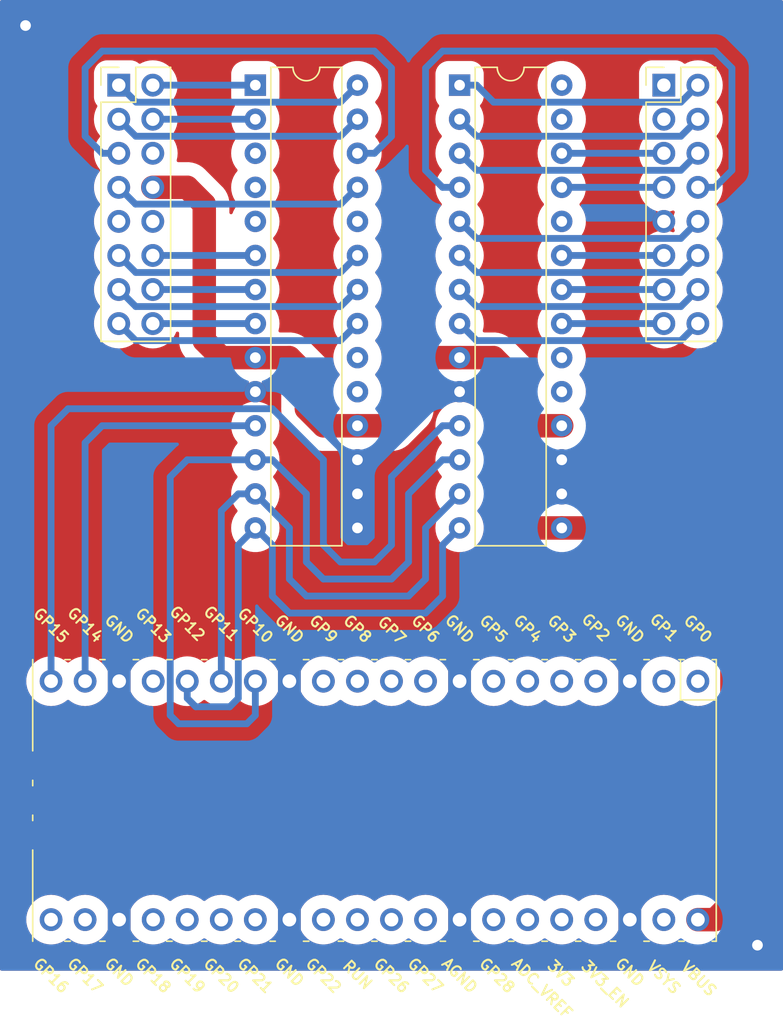
<source format=kicad_pcb>
(kicad_pcb (version 20221018) (generator pcbnew)
  (layers (0 "F.Cu" signal) (31 "B.Cu" signal) (34 "B.Paste" user) (35 "F.Paste" user) (36 "B.SilkS" user "B.Silkscreen") (37 "F.SilkS" user "F.Silkscreen") (38 "B.Mask" user) (39 "F.Mask" user) (44 "Edge.Cuts" user))
  (net 0 "")
  (net 1 "/a11")
  (net 3 "/gnd")
  (net 4 "/~cs2")
  (net 5 "/SCK")
  (net 6 "/MOSI")
  (net 7 "/MISO")
  (net 12 "/5v0")
  (net 15 "/~ce")
  (net 16 "/~oe")
  (net 17 "/a9")
  (net 20 "/a13")
  (net 21 "/a8")
  (net 22 "/a14")
  (net 23 "/~we")
  (net 24 "/a15")
  (net 25 "/a12")
  (net 26 "/a7")
  (net 27 "/a6")
  (net 28 "/a5")
  (net 29 "/a4")
  (net 30 "Net-(U1-A3)")
  (net 31 "Net-(U1-A2)")
  (net 32 "Net-(U1-A1)")
  (net 33 "Net-(U1-A0)")
  (net 34 "Net-(U1-D0)")
  (net 35 "Net-(U1-D1)")
  (net 36 "Net-(U1-D2)")
  (net 37 "Net-(U1-D3)")
  (net 38 "Net-(U1-D4)")
  (net 39 "Net-(U1-D5)")
  (net 40 "Net-(U1-D6)")
  (net 41 "Net-(U1-D7)")
  (net 42 "Net-(U1-A10)")
  (net 43 "/~cs1")
  (footprint "Package_DIP:DIP-28_W7.62mm" (layer "F.Cu") (at 99.06 62.23)
    (fp_text reference "U2" hide)
    (fp_text value "MCP23S17_SP")
    (fp_line (start 1.16 -1.33) (end 1.16 34.35) (stroke (width 0.12)) (layer "F.SilkS"))
    (fp_line (start 1.16 34.35) (end 6.46 34.35) (stroke (width 0.12)) (layer "F.SilkS"))
    (fp_line (start 2.81 -1.33) (end 1.16 -1.33) (stroke (width 0.12)) (layer "F.SilkS"))
    (fp_line (start 6.46 -1.33) (end 4.81 -1.33) (stroke (width 0.12)) (layer "F.SilkS"))
    (fp_line (start 6.46 34.35) (end 6.46 -1.33) (stroke (width 0.12)) (layer "F.SilkS"))
    (fp_arc (start 4.81 -1.33) (mid 3.81 -0.33) (end 2.81 -1.33) (stroke (width 0.12)) (layer "F.SilkS"))
    (pad "1" thru_hole rect (at 0 0) (size 1.6 1.6) (drill 0.8) (layers "*.Cu" "*.Mask") (net 42 "Net-(U1-A10)"))
    (pad "2" thru_hole oval (at 0 2.54) (size 1.6 1.6) (drill 0.8) (layers "*.Cu" "*.Mask") (net 41 "Net-(U1-D7)"))
    (pad "3" thru_hole oval (at 0 5.08) (size 1.6 1.6) (drill 0.8) (layers "*.Cu" "*.Mask") (net 39 "Net-(U1-D5)"))
    (pad "4" thru_hole oval (at 0 7.62) (size 1.6 1.6) (drill 0.8) (layers "*.Cu" "*.Mask") (net 37 "Net-(U1-D3)"))
    (pad "5" thru_hole oval (at 0 10.16) (size 1.6 1.6) (drill 0.8) (layers "*.Cu" "*.Mask") (net 36 "Net-(U1-D2)"))
    (pad "6" thru_hole oval (at 0 12.7) (size 1.6 1.6) (drill 0.8) (layers "*.Cu" "*.Mask") (net 34 "Net-(U1-D0)"))
    (pad "7" thru_hole oval (at 0 15.24) (size 1.6 1.6) (drill 0.8) (layers "*.Cu" "*.Mask") (net 32 "Net-(U1-A1)"))
    (pad "8" thru_hole oval (at 0 17.78) (size 1.6 1.6) (drill 0.8) (layers "*.Cu" "*.Mask") (net 30 "Net-(U1-A3)"))
    (pad "9" thru_hole oval (at 0 20.32) (size 1.6 1.6) (drill 0.8) (layers "*.Cu" "*.Mask") (net 12 "/5v0"))
    (pad "10" thru_hole oval (at 0 22.86) (size 1.6 1.6) (drill 0.8) (layers "*.Cu" "*.Mask") (net 3 "/gnd"))
    (pad "11" thru_hole oval (at 0 25.4) (size 1.6 1.6) (drill 0.8) (layers "*.Cu" "*.Mask") (net 4 "/~cs2"))
    (pad "12" thru_hole oval (at 0 27.94) (size 1.6 1.6) (drill 0.8) (layers "*.Cu" "*.Mask") (net 5 "/SCK"))
    (pad "13" thru_hole oval (at 0 30.48) (size 1.6 1.6) (drill 0.8) (layers "*.Cu" "*.Mask") (net 6 "/MOSI"))
    (pad "14" thru_hole oval (at 0 33.02) (size 1.6 1.6) (drill 0.8) (layers "*.Cu" "*.Mask") (net 7 "/MISO"))
    (pad "15" thru_hole oval (at 7.62 33.02) (size 1.6 1.6) (drill 0.8) (layers "*.Cu" "*.Mask") (net 12 "/5v0"))
    (pad "16" thru_hole oval (at 7.62 30.48) (size 1.6 1.6) (drill 0.8) (layers "*.Cu" "*.Mask") (net 3 "/gnd"))
    (pad "17" thru_hole oval (at 7.62 27.94) (size 1.6 1.6) (drill 0.8) (layers "*.Cu" "*.Mask") (net 3 "/gnd"))
    (pad "18" thru_hole oval (at 7.62 25.4) (size 1.6 1.6) (drill 0.8) (layers "*.Cu" "*.Mask") (net 12 "/5v0"))
    (pad "19" thru_hole oval (at 7.62 22.86) (size 1.6 1.6) (drill 0.8) (layers "*.Cu" "*.Mask"))
    (pad "20" thru_hole oval (at 7.62 20.32) (size 1.6 1.6) (drill 0.8) (layers "*.Cu" "*.Mask"))
    (pad "21" thru_hole oval (at 7.62 17.78) (size 1.6 1.6) (drill 0.8) (layers "*.Cu" "*.Mask") (net 31 "Net-(U1-A2)"))
    (pad "22" thru_hole oval (at 7.62 15.24) (size 1.6 1.6) (drill 0.8) (layers "*.Cu" "*.Mask") (net 33 "Net-(U1-A0)"))
    (pad "23" thru_hole oval (at 7.62 12.7) (size 1.6 1.6) (drill 0.8) (layers "*.Cu" "*.Mask") (net 35 "Net-(U1-D1)"))
    (pad "24" thru_hole oval (at 7.62 10.16) (size 1.6 1.6) (drill 0.8) (layers "*.Cu" "*.Mask"))
    (pad "25" thru_hole oval (at 7.62 7.62) (size 1.6 1.6) (drill 0.8) (layers "*.Cu" "*.Mask") (net 38 "Net-(U1-D4)"))
    (pad "26" thru_hole oval (at 7.62 5.08) (size 1.6 1.6) (drill 0.8) (layers "*.Cu" "*.Mask") (net 40 "Net-(U1-D6)"))
    (pad "27" thru_hole oval (at 7.62 2.54) (size 1.6 1.6) (drill 0.8) (layers "*.Cu" "*.Mask"))
    (pad "28" thru_hole oval (at 7.62 0) (size 1.6 1.6) (drill 0.8) (layers "*.Cu" "*.Mask"))
  )
  (footprint "cr-pico:pico-th" (layer "F.Cu") (at 91.45 115.37 -90)
    (fp_text reference "U4" hide)
    (fp_text value "~" hide)
    (fp_text user "GND" (at 13 -20.31 135) (layer "F.SilkS") (effects (font (size 0.8 0.8))))
    (fp_text user "GP15" (at -12.854 22.87 135) (layer "F.SilkS") (effects (font (size 0.8 0.8))))
    (fp_text user "ADC_VREF" (at 14.2 -13.76 135) (layer "F.SilkS") (effects (font (size 0.8 0.8))))
    (fp_text user "GP9" (at -12.6 2.55 135) (layer "F.SilkS") (effects (font (size 0.8 0.8))))
    (fp_text user "GP13" (at -12.854 15.25 135) (layer "F.SilkS") (effects (font (size 0.8 0.8))))
    (fp_text user "GP2" (at -12.7 -17.77 135) (layer "F.SilkS") (effects (font (size 0.8 0.8))))
    (fp_text user "GP26" (at 13.254 -2.53 135) (layer "F.SilkS") (effects (font (size 0.8 0.8))))
    (fp_text user "GP12" (at -13 12.71 135) (layer "F.SilkS") (effects (font (size 0.8 0.8))))
    (fp_text user "GP20" (at 13.254 10.17 135) (layer "F.SilkS") (effects (font (size 0.8 0.8))))
    (fp_text user "GP18" (at 13.254 15.25 135) (layer "F.SilkS") (effects (font (size 0.8 0.8))))
    (fp_text user "GP1" (at -12.7 -22.86 135) (layer "F.SilkS") (effects (font (size 0.8 0.8))))
    (fp_text user "RUN" (at 13.2 0.01 135) (layer "F.SilkS") (effects (font (size 0.8 0.8))))
    (fp_text user "GP4" (at -12.6 -12.69 135) (layer "F.SilkS") (effects (font (size 0.8 0.8))))
    (fp_text user "GP11" (at -13 10.17 135) (layer "F.SilkS") (effects (font (size 0.8 0.8))))
    (fp_text user "GP19" (at 13.254 12.71 135) (layer "F.SilkS") (effects (font (size 0.8 0.8))))
    (fp_text user "3V3_EN" (at 13.9 -18.46 135) (layer "F.SilkS") (effects (font (size 0.8 0.8))))
    (fp_text user "GP28" (at 13.254 -10.404 135) (layer "F.SilkS") (effects (font (size 0.8 0.8))))
    (fp_text user "GP5" (at -12.6 -10.15 135) (layer "F.SilkS") (effects (font (size 0.8 0.8))))
    (fp_text user "GP16" (at 13.254 22.87 135) (layer "F.SilkS") (effects (font (size 0.8 0.8))))
    (fp_text user "GND" (at 13 5.09 135) (layer "F.SilkS") (effects (font (size 0.8 0.8))))
    (fp_text user "GP8" (at -12.6 0.01 135) (layer "F.SilkS") (effects (font (size 0.8 0.8))))
    (fp_text user "AGND" (at 13.254 -7.61 135) (layer "F.SilkS") (effects (font (size 0.8 0.8))))
    (fp_text user "GP10" (at -12.854 7.63 135) (layer "F.SilkS") (effects (font (size 0.8 0.8))))
    (fp_text user "GND" (at -12.6 -20.31 135) (layer "F.SilkS") (effects (font (size 0.8 0.8))))
    (fp_text user "GP21" (at 13.254 7.64 135) (layer "F.SilkS") (effects (font (size 0.8 0.8))))
    (fp_text user "VSYS" (at 13.4 -22.85 135) (layer "F.SilkS") (effects (font (size 0.8 0.8))))
    (fp_text user "VBUS" (at 13.5 -25.46 135) (layer "F.SilkS") (effects (font (size 0.8 0.8))))
    (fp_text user "3V3" (at 13.1 -15.16 135) (layer "F.SilkS") (effects (font (size 0.8 0.8))))
    (fp_text user "GP6" (at -12.6 -5.07 135) (layer "F.SilkS") (effects (font (size 0.8 0.8))))
    (fp_text user "GP17" (at 13.254 20.33 135) (layer "F.SilkS") (effects (font (size 0.8 0.8))))
    (fp_text user "GND" (at -12.6 17.79 135) (layer "F.SilkS") (effects (font (size 0.8 0.8))))
    (fp_text user "GP14" (at -12.9 20.33 135) (layer "F.SilkS") (effects (font (size 0.8 0.8))))
    (fp_text user "GP0" (at -12.6 -25.39 135) (layer "F.SilkS") (effects (font (size 0.8 0.8))))
    (fp_text user "GP3" (at -12.6 -15.23 135) (layer "F.SilkS") (effects (font (size 0.8 0.8))))
    (fp_text user "GP7" (at -12.5 -2.56 135) (layer "F.SilkS") (effects (font (size 0.8 0.8))))
    (fp_text user "GND" (at -12.6 5.09 135) (layer "F.SilkS") (effects (font (size 0.8 0.8))))
    (fp_text user "GND" (at -12.6 -7.61 135) (layer "F.SilkS") (effects (font (size 0.8 0.8))))
    (fp_text user "GND" (at 13 17.79 135) (layer "F.SilkS") (effects (font (size 0.8 0.8))))
    (fp_text user "GP27" (at 13.254 -5.06 135) (layer "F.SilkS") (effects (font (size 0.8 0.8))))
    (fp_text user "GP22" (at 13.254 2.55 135) (layer "F.SilkS") (effects (font (size 0.8 0.8))))
    (fp_line (start -10.3 -26.76) (end -10.3 -26.46) (stroke (width 0.12)) (layer "F.SilkS"))
    (fp_line (start -10.3 -26.76) (end 10.7 -26.76) (stroke (width 0.12)) (layer "F.SilkS"))
    (fp_line (start -10.3 -24.36) (end -10.3 -23.96) (stroke (width 0.12)) (layer "F.SilkS"))
    (fp_line (start -10.3 -24.093) (end -7.293 -24.093) (stroke (width 0.12)) (layer "F.SilkS"))
    (fp_line (start -10.3 -21.76) (end -10.3 -21.36) (stroke (width 0.12)) (layer "F.SilkS"))
    (fp_line (start -10.3 -19.26) (end -10.3 -18.86) (stroke (width 0.12)) (layer "F.SilkS"))
    (fp_line (start -10.3 -16.66) (end -10.3 -16.26) (stroke (width 0.12)) (layer "F.SilkS"))
    (fp_line (start -10.3 -14.16) (end -10.3 -13.76) (stroke (width 0.12)) (layer "F.SilkS"))
    (fp_line (start -10.3 -11.66) (end -10.3 -11.26) (stroke (width 0.12)) (layer "F.SilkS"))
    (fp_line (start -10.3 -9.06) (end -10.3 -8.66) (stroke (width 0.12)) (layer "F.SilkS"))
    (fp_line (start -10.3 -6.56) (end -10.3 -6.16) (stroke (width 0.12)) (layer "F.SilkS"))
    (fp_line (start -10.3 -3.96) (end -10.3 -3.56) (stroke (width 0.12)) (layer "F.SilkS"))
    (fp_line (start -10.3 -1.46) (end -10.3 -1.06) (stroke (width 0.12)) (layer "F.SilkS"))
    (fp_line (start -10.3 1.04) (end -10.3 1.44) (stroke (width 0.12)) (layer "F.SilkS"))
    (fp_line (start -10.3 3.64) (end -10.3 4.04) (stroke (width 0.12)) (layer "F.SilkS"))
    (fp_line (start -10.3 6.14) (end -10.3 6.54) (stroke (width 0.12)) (layer "F.SilkS"))
    (fp_line (start -10.3 8.74) (end -10.3 9.14) (stroke (width 0.12)) (layer "F.SilkS"))
    (fp_line (start -10.3 11.24) (end -10.3 11.64) (stroke (width 0.12)) (layer "F.SilkS"))
    (fp_line (start -10.3 13.84) (end -10.3 14.24) (stroke (width 0.12)) (layer "F.SilkS"))
    (fp_line (start -10.3 16.34) (end -10.3 16.74) (stroke (width 0.12)) (layer "F.SilkS"))
    (fp_line (start -10.3 18.84) (end -10.3 19.24) (stroke (width 0.12)) (layer "F.SilkS"))
    (fp_line (start -10.3 21.44) (end -10.3 21.84) (stroke (width 0.12)) (layer "F.SilkS"))
    (fp_line (start -7.293 -24.093) (end -7.293 -26.76) (stroke (width 0.12)) (layer "F.SilkS"))
    (fp_line (start -3.5 24.24) (end -10.3 24.24) (stroke (width 0.12)) (layer "F.SilkS"))
    (fp_line (start -1.3 24.24) (end -0.9 24.24) (stroke (width 0.12)) (layer "F.SilkS"))
    (fp_line (start 1.3 24.24) (end 1.7 24.24) (stroke (width 0.12)) (layer "F.SilkS"))
    (fp_line (start 10.7 -26.76) (end 10.7 -26.46) (stroke (width 0.12)) (layer "F.SilkS"))
    (fp_line (start 10.7 -24.36) (end 10.7 -23.96) (stroke (width 0.12)) (layer "F.SilkS"))
    (fp_line (start 10.7 -21.76) (end 10.7 -21.36) (stroke (width 0.12)) (layer "F.SilkS"))
    (fp_line (start 10.7 -19.26) (end 10.7 -18.86) (stroke (width 0.12)) (layer "F.SilkS"))
    (fp_line (start 10.7 -16.66) (end 10.7 -16.26) (stroke (width 0.12)) (layer "F.SilkS"))
    (fp_line (start 10.7 -14.16) (end 10.7 -13.76) (stroke (width 0.12)) (layer "F.SilkS"))
    (fp_line (start 10.7 -11.66) (end 10.7 -11.26) (stroke (width 0.12)) (layer "F.SilkS"))
    (fp_line (start 10.7 -9.06) (end 10.7 -8.66) (stroke (width 0.12)) (layer "F.SilkS"))
    (fp_line (start 10.7 -6.56) (end 10.7 -6.16) (stroke (width 0.12)) (layer "F.SilkS"))
    (fp_line (start 10.7 -3.96) (end 10.7 -3.56) (stroke (width 0.12)) (layer "F.SilkS"))
    (fp_line (start 10.7 -1.46) (end 10.7 -1.06) (stroke (width 0.12)) (layer "F.SilkS"))
    (fp_line (start 10.7 1.04) (end 10.7 1.44) (stroke (width 0.12)) (layer "F.SilkS"))
    (fp_line (start 10.7 3.64) (end 10.7 4.04) (stroke (width 0.12)) (layer "F.SilkS"))
    (fp_line (start 10.7 6.14) (end 10.7 6.54) (stroke (width 0.12)) (layer "F.SilkS"))
    (fp_line (start 10.7 8.74) (end 10.7 9.14) (stroke (width 0.12)) (layer "F.SilkS"))
    (fp_line (start 10.7 11.24) (end 10.7 11.64) (stroke (width 0.12)) (layer "F.SilkS"))
    (fp_line (start 10.7 13.84) (end 10.7 14.24) (stroke (width 0.12)) (layer "F.SilkS"))
    (fp_line (start 10.7 16.34) (end 10.7 16.74) (stroke (width 0.12)) (layer "F.SilkS"))
    (fp_line (start 10.7 18.84) (end 10.7 19.24) (stroke (width 0.12)) (layer "F.SilkS"))
    (fp_line (start 10.7 21.44) (end 10.7 21.84) (stroke (width 0.12)) (layer "F.SilkS"))
    (fp_line (start 10.7 24.24) (end 3.9 24.24) (stroke (width 0.12)) (layer "F.SilkS"))
    (pad "1" thru_hole oval (at -8.69 -25.39 270) (size 1.7 1.7) (drill 1.02) (layers "*.Cu" "*.Mask"))
    (pad "2" thru_hole oval (at -8.69 -22.85 270) (size 1.7 1.7) (drill 1.02) (layers "*.Cu" "*.Mask"))
    (pad "3" thru_hole rect (at -8.69 -20.31 270) (size 1.7 1.7) (drill 1.02) (layers "*.Cu" "*.Mask") (net 3 "/gnd"))
    (pad "4" thru_hole oval (at -8.69 -17.77 270) (size 1.7 1.7) (drill 1.02) (layers "*.Cu" "*.Mask"))
    (pad "5" thru_hole oval (at -8.69 -15.23 270) (size 1.7 1.7) (drill 1.02) (layers "*.Cu" "*.Mask"))
    (pad "6" thru_hole oval (at -8.69 -12.69 270) (size 1.7 1.7) (drill 1.02) (layers "*.Cu" "*.Mask"))
    (pad "7" thru_hole oval (at -8.69 -10.15 270) (size 1.7 1.7) (drill 1.02) (layers "*.Cu" "*.Mask"))
    (pad "8" thru_hole rect (at -8.69 -7.61 270) (size 1.7 1.7) (drill 1.02) (layers "*.Cu" "*.Mask") (net 3 "/gnd"))
    (pad "9" thru_hole oval (at -8.69 -5.07 270) (size 1.7 1.7) (drill 1.02) (layers "*.Cu" "*.Mask"))
    (pad "10" thru_hole oval (at -8.69 -2.53 270) (size 1.7 1.7) (drill 1.02) (layers "*.Cu" "*.Mask"))
    (pad "11" thru_hole oval (at -8.69 0.01 270) (size 1.7 1.7) (drill 1.02) (layers "*.Cu" "*.Mask"))
    (pad "12" thru_hole oval (at -8.69 2.55 270) (size 1.7 1.7) (drill 1.02) (layers "*.Cu" "*.Mask"))
    (pad "13" thru_hole rect (at -8.69 5.09 270) (size 1.7 1.7) (drill 1.02) (layers "*.Cu" "*.Mask") (net 3 "/gnd"))
    (pad "14" thru_hole oval (at -8.69 7.63 270) (size 1.7 1.7) (drill 1.02) (layers "*.Cu" "*.Mask") (net 5 "/SCK"))
    (pad "15" thru_hole oval (at -8.69 10.17 270) (size 1.7 1.7) (drill 1.02) (layers "*.Cu" "*.Mask") (net 6 "/MOSI"))
    (pad "16" thru_hole oval (at -8.69 12.71 270) (size 1.7 1.7) (drill 1.02) (layers "*.Cu" "*.Mask") (net 7 "/MISO"))
    (pad "17" thru_hole oval (at -8.69 15.25 270) (size 1.7 1.7) (drill 1.02) (layers "*.Cu" "*.Mask"))
    (pad "18" thru_hole rect (at -8.69 17.79 270) (size 1.7 1.7) (drill 1.02) (layers "*.Cu" "*.Mask") (net 3 "/gnd"))
    (pad "19" thru_hole oval (at -8.69 20.33 270) (size 1.7 1.7) (drill 1.02) (layers "*.Cu" "*.Mask") (net 43 "/~cs1"))
    (pad "20" thru_hole oval (at -8.69 22.87 270) (size 1.7 1.7) (drill 1.02) (layers "*.Cu" "*.Mask") (net 4 "/~cs2"))
    (pad "21" thru_hole oval (at 9.09 22.87 270) (size 1.7 1.7) (drill 1.02) (layers "*.Cu" "*.Mask"))
    (pad "22" thru_hole oval (at 9.09 20.33 270) (size 1.7 1.7) (drill 1.02) (layers "*.Cu" "*.Mask"))
    (pad "23" thru_hole rect (at 9.09 17.79 270) (size 1.7 1.7) (drill 1.02) (layers "*.Cu" "*.Mask") (net 3 "/gnd"))
    (pad "24" thru_hole oval (at 9.09 15.25 270) (size 1.7 1.7) (drill 1.02) (layers "*.Cu" "*.Mask"))
    (pad "25" thru_hole oval (at 9.09 12.71 270) (size 1.7 1.7) (drill 1.02) (layers "*.Cu" "*.Mask"))
    (pad "26" thru_hole oval (at 9.09 10.17 270) (size 1.7 1.7) (drill 1.02) (layers "*.Cu" "*.Mask"))
    (pad "27" thru_hole oval (at 9.09 7.63 270) (size 1.7 1.7) (drill 1.02) (layers "*.Cu" "*.Mask"))
    (pad "28" thru_hole rect (at 9.09 5.09 270) (size 1.7 1.7) (drill 1.02) (layers "*.Cu" "*.Mask") (net 3 "/gnd"))
    (pad "29" thru_hole oval (at 9.09 2.55 270) (size 1.7 1.7) (drill 1.02) (layers "*.Cu" "*.Mask"))
    (pad "30" thru_hole oval (at 9.09 0.01 270) (size 1.7 1.7) (drill 1.02) (layers "*.Cu" "*.Mask"))
    (pad "31" thru_hole oval (at 9.09 -2.53 270) (size 1.7 1.7) (drill 1.02) (layers "*.Cu" "*.Mask"))
    (pad "32" thru_hole oval (at 9.09 -5.07 270) (size 1.7 1.7) (drill 1.02) (layers "*.Cu" "*.Mask"))
    (pad "33" thru_hole rect (at 9.09 -7.61 270) (size 1.7 1.7) (drill 1.02) (layers "*.Cu" "*.Mask") (net 3 "/gnd"))
    (pad "34" thru_hole oval (at 9.09 -10.15 270) (size 1.7 1.7) (drill 1.02) (layers "*.Cu" "*.Mask"))
    (pad "35" thru_hole oval (at 9.09 -12.69 270) (size 1.7 1.7) (drill 1.02) (layers "*.Cu" "*.Mask"))
    (pad "36" thru_hole oval (at 9.09 -15.23 270) (size 1.7 1.7) (drill 1.02) (layers "*.Cu" "*.Mask"))
    (pad "37" thru_hole oval (at 9.09 -17.77 270) (size 1.7 1.7) (drill 1.02) (layers "*.Cu" "*.Mask"))
    (pad "38" thru_hole rect (at 9.09 -20.31 270) (size 1.7 1.7) (drill 1.02) (layers "*.Cu" "*.Mask") (net 3 "/gnd"))
    (pad "39" thru_hole oval (at 9.09 -22.85 270) (size 1.7 1.7) (drill 1.02) (layers "*.Cu" "*.Mask"))
    (pad "40" thru_hole oval (at 9.09 -25.39 270) (size 1.7 1.7) (drill 1.02) (layers "*.Cu" "*.Mask") (net 12 "/5v0"))
  )
  (footprint "cr-tsop-adapter:adapter-32-pin" (layer "F.Cu") (at 73.63 62.23)
    (fp_text reference "U1" hide)
    (fp_text value "AT49f512 PINOUT" hide)
    (fp_line (start -1.33 -1.33) (end 0 -1.33) (stroke (width 0.12)) (layer "F.SilkS"))
    (fp_line (start -1.33 0) (end -1.33 -1.33) (stroke (width 0.12)) (layer "F.SilkS"))
    (fp_line (start -1.33 1.27) (end -1.33 19.11) (stroke (width 0.12)) (layer "F.SilkS"))
    (fp_line (start -1.33 1.27) (end 1.27 1.27) (stroke (width 0.12)) (layer "F.SilkS"))
    (fp_line (start -1.33 19.11) (end 3.87 19.11) (stroke (width 0.12)) (layer "F.SilkS"))
    (fp_line (start 1.27 -1.33) (end 3.87 -1.33) (stroke (width 0.12)) (layer "F.SilkS"))
    (fp_line (start 1.27 1.27) (end 1.27 -1.33) (stroke (width 0.12)) (layer "F.SilkS"))
    (fp_line (start 3.87 -1.33) (end 3.87 19.11) (stroke (width 0.12)) (layer "F.SilkS"))
    (fp_line (start 39.34 -1.33) (end 40.67 -1.33) (stroke (width 0.12)) (layer "F.SilkS"))
    (fp_line (start 39.34 0) (end 39.34 -1.33) (stroke (width 0.12)) (layer "F.SilkS"))
    (fp_line (start 39.34 1.27) (end 39.34 19.11) (stroke (width 0.12)) (layer "F.SilkS"))
    (fp_line (start 39.34 1.27) (end 41.94 1.27) (stroke (width 0.12)) (layer "F.SilkS"))
    (fp_line (start 39.34 19.11) (end 44.54 19.11) (stroke (width 0.12)) (layer "F.SilkS"))
    (fp_line (start 41.94 -1.33) (end 44.54 -1.33) (stroke (width 0.12)) (layer "F.SilkS"))
    (fp_line (start 41.94 1.27) (end 41.94 -1.33) (stroke (width 0.12)) (layer "F.SilkS"))
    (fp_line (start 44.54 -1.33) (end 44.54 19.11) (stroke (width 0.12)) (layer "F.SilkS"))
    (pad "1" thru_hole rect (at 0 0) (size 1.7 1.7) (drill 1) (layers "*.Cu" "*.Mask") (net 1 "/a11"))
    (pad "2" thru_hole oval (at 2.54 0) (size 1.7 1.7) (drill 1) (layers "*.Cu" "*.Mask") (net 17 "/a9"))
    (pad "3" thru_hole oval (at 0 2.54) (size 1.7 1.7) (drill 1) (layers "*.Cu" "*.Mask") (net 21 "/a8"))
    (pad "4" thru_hole oval (at 2.54 2.54) (size 1.7 1.7) (drill 1) (layers "*.Cu" "*.Mask") (net 20 "/a13"))
    (pad "5" thru_hole oval (at 0 5.08) (size 1.7 1.7) (drill 1) (layers "*.Cu" "*.Mask") (net 22 "/a14"))
    (pad "6" thru_hole oval (at 2.54 5.08) (size 1.7 1.7) (drill 1) (layers "*.Cu" "*.Mask"))
    (pad "7" thru_hole oval (at 0 7.62) (size 1.7 1.7) (drill 1) (layers "*.Cu" "*.Mask") (net 23 "/~we"))
    (pad "8" thru_hole oval (at 2.54 7.62) (size 1.7 1.7) (drill 1) (layers "*.Cu" "*.Mask") (net 12 "/5v0"))
    (pad "9" thru_hole oval (at 0 10.16) (size 1.7 1.7) (drill 1) (layers "*.Cu" "*.Mask"))
    (pad "10" thru_hole oval (at 2.54 10.16) (size 1.7 1.7) (drill 1) (layers "*.Cu" "*.Mask"))
    (pad "11" thru_hole oval (at 0 12.7) (size 1.7 1.7) (drill 1) (layers "*.Cu" "*.Mask") (net 24 "/a15"))
    (pad "12" thru_hole oval (at 2.54 12.7) (size 1.7 1.7) (drill 1) (layers "*.Cu" "*.Mask") (net 25 "/a12"))
    (pad "13" thru_hole oval (at 0 15.24) (size 1.7 1.7) (drill 1) (layers "*.Cu" "*.Mask") (net 26 "/a7"))
    (pad "14" thru_hole oval (at 2.54 15.24) (size 1.7 1.7) (drill 1) (layers "*.Cu" "*.Mask") (net 27 "/a6"))
    (pad "15" thru_hole oval (at 0 17.78) (size 1.7 1.7) (drill 1) (layers "*.Cu" "*.Mask") (net 28 "/a5"))
    (pad "16" thru_hole oval (at 2.54 17.78) (size 1.7 1.7) (drill 1) (layers "*.Cu" "*.Mask") (net 29 "/a4"))
    (pad "17" thru_hole oval (at 43.21 17.78) (size 1.7 1.7) (drill 1) (layers "*.Cu" "*.Mask") (net 30 "Net-(U1-A3)"))
    (pad "18" thru_hole oval (at 40.67 17.78) (size 1.7 1.7) (drill 1) (layers "*.Cu" "*.Mask") (net 31 "Net-(U1-A2)"))
    (pad "19" thru_hole oval (at 43.21 15.24) (size 1.7 1.7) (drill 1) (layers "*.Cu" "*.Mask") (net 32 "Net-(U1-A1)"))
    (pad "20" thru_hole oval (at 40.67 15.24) (size 1.7 1.7) (drill 1) (layers "*.Cu" "*.Mask") (net 33 "Net-(U1-A0)"))
    (pad "21" thru_hole oval (at 43.21 12.7) (size 1.7 1.7) (drill 1) (layers "*.Cu" "*.Mask") (net 34 "Net-(U1-D0)"))
    (pad "22" thru_hole oval (at 40.67 12.7) (size 1.7 1.7) (drill 1) (layers "*.Cu" "*.Mask") (net 35 "Net-(U1-D1)"))
    (pad "23" thru_hole oval (at 43.21 10.16) (size 1.7 1.7) (drill 1) (layers "*.Cu" "*.Mask") (net 36 "Net-(U1-D2)"))
    (pad "24" thru_hole oval (at 40.67 10.16) (size 1.7 1.7) (drill 1) (layers "*.Cu" "*.Mask") (net 3 "/gnd"))
    (pad "25" thru_hole oval (at 43.21 7.62) (size 1.7 1.7) (drill 1) (layers "*.Cu" "*.Mask") (net 37 "Net-(U1-D3)"))
    (pad "26" thru_hole oval (at 40.67 7.62) (size 1.7 1.7) (drill 1) (layers "*.Cu" "*.Mask") (net 38 "Net-(U1-D4)"))
    (pad "27" thru_hole oval (at 43.21 5.08) (size 1.7 1.7) (drill 1) (layers "*.Cu" "*.Mask") (net 39 "Net-(U1-D5)"))
    (pad "28" thru_hole oval (at 40.67 5.08) (size 1.7 1.7) (drill 1) (layers "*.Cu" "*.Mask") (net 40 "Net-(U1-D6)"))
    (pad "29" thru_hole oval (at 43.21 2.54) (size 1.7 1.7) (drill 1) (layers "*.Cu" "*.Mask") (net 41 "Net-(U1-D7)"))
    (pad "30" thru_hole oval (at 40.67 2.54) (size 1.7 1.7) (drill 1) (layers "*.Cu" "*.Mask") (net 15 "/~ce"))
    (pad "31" thru_hole oval (at 43.21 0) (size 1.7 1.7) (drill 1) (layers "*.Cu" "*.Mask") (net 42 "Net-(U1-A10)"))
    (pad "32" thru_hole rect (at 40.67 0) (size 1.7 1.7) (drill 1) (layers "*.Cu" "*.Mask") (net 16 "/~oe"))
  )
  (footprint "Package_DIP:DIP-28_W7.62mm" (layer "F.Cu") (at 83.82 62.23)
    (fp_text reference "U3" hide)
    (fp_text value "MCP23S17_SP")
    (fp_line (start 1.16 -1.33) (end 1.16 34.35) (stroke (width 0.12)) (layer "F.SilkS"))
    (fp_line (start 1.16 34.35) (end 6.46 34.35) (stroke (width 0.12)) (layer "F.SilkS"))
    (fp_line (start 2.81 -1.33) (end 1.16 -1.33) (stroke (width 0.12)) (layer "F.SilkS"))
    (fp_line (start 6.46 -1.33) (end 4.81 -1.33) (stroke (width 0.12)) (layer "F.SilkS"))
    (fp_line (start 6.46 34.35) (end 6.46 -1.33) (stroke (width 0.12)) (layer "F.SilkS"))
    (fp_arc (start 4.81 -1.33) (mid 3.81 -0.33) (end 2.81 -1.33) (stroke (width 0.12)) (layer "F.SilkS"))
    (pad "1" thru_hole rect (at 0 0) (size 1.6 1.6) (drill 0.8) (layers "*.Cu" "*.Mask") (net 17 "/a9"))
    (pad "2" thru_hole oval (at 0 2.54) (size 1.6 1.6) (drill 0.8) (layers "*.Cu" "*.Mask") (net 20 "/a13"))
    (pad "3" thru_hole oval (at 0 5.08) (size 1.6 1.6) (drill 0.8) (layers "*.Cu" "*.Mask"))
    (pad "4" thru_hole oval (at 0 7.62) (size 1.6 1.6) (drill 0.8) (layers "*.Cu" "*.Mask"))
    (pad "5" thru_hole oval (at 0 10.16) (size 1.6 1.6) (drill 0.8) (layers "*.Cu" "*.Mask"))
    (pad "6" thru_hole oval (at 0 12.7) (size 1.6 1.6) (drill 0.8) (layers "*.Cu" "*.Mask") (net 25 "/a12"))
    (pad "7" thru_hole oval (at 0 15.24) (size 1.6 1.6) (drill 0.8) (layers "*.Cu" "*.Mask") (net 27 "/a6"))
    (pad "8" thru_hole oval (at 0 17.78) (size 1.6 1.6) (drill 0.8) (layers "*.Cu" "*.Mask") (net 29 "/a4"))
    (pad "9" thru_hole oval (at 0 20.32) (size 1.6 1.6) (drill 0.8) (layers "*.Cu" "*.Mask") (net 12 "/5v0"))
    (pad "10" thru_hole oval (at 0 22.86) (size 1.6 1.6) (drill 0.8) (layers "*.Cu" "*.Mask") (net 3 "/gnd"))
    (pad "11" thru_hole oval (at 0 25.4) (size 1.6 1.6) (drill 0.8) (layers "*.Cu" "*.Mask") (net 43 "/~cs1"))
    (pad "12" thru_hole oval (at 0 27.94) (size 1.6 1.6) (drill 0.8) (layers "*.Cu" "*.Mask") (net 5 "/SCK"))
    (pad "13" thru_hole oval (at 0 30.48) (size 1.6 1.6) (drill 0.8) (layers "*.Cu" "*.Mask") (net 6 "/MOSI"))
    (pad "14" thru_hole oval (at 0 33.02) (size 1.6 1.6) (drill 0.8) (layers "*.Cu" "*.Mask") (net 7 "/MISO"))
    (pad "15" thru_hole oval (at 7.62 33.02) (size 1.6 1.6) (drill 0.8) (layers "*.Cu" "*.Mask") (net 3 "/gnd"))
    (pad "16" thru_hole oval (at 7.62 30.48) (size 1.6 1.6) (drill 0.8) (layers "*.Cu" "*.Mask") (net 3 "/gnd"))
    (pad "17" thru_hole oval (at 7.62 27.94) (size 1.6 1.6) (drill 0.8) (layers "*.Cu" "*.Mask") (net 3 "/gnd"))
    (pad "18" thru_hole oval (at 7.62 25.4) (size 1.6 1.6) (drill 0.8) (layers "*.Cu" "*.Mask") (net 12 "/5v0"))
    (pad "19" thru_hole oval (at 7.62 22.86) (size 1.6 1.6) (drill 0.8) (layers "*.Cu" "*.Mask"))
    (pad "20" thru_hole oval (at 7.62 20.32) (size 1.6 1.6) (drill 0.8) (layers "*.Cu" "*.Mask"))
    (pad "21" thru_hole oval (at 7.62 17.78) (size 1.6 1.6) (drill 0.8) (layers "*.Cu" "*.Mask") (net 28 "/a5"))
    (pad "22" thru_hole oval (at 7.62 15.24) (size 1.6 1.6) (drill 0.8) (layers "*.Cu" "*.Mask") (net 26 "/a7"))
    (pad "23" thru_hole oval (at 7.62 12.7) (size 1.6 1.6) (drill 0.8) (layers "*.Cu" "*.Mask") (net 24 "/a15"))
    (pad "24" thru_hole oval (at 7.62 10.16) (size 1.6 1.6) (drill 0.8) (layers "*.Cu" "*.Mask"))
    (pad "25" thru_hole oval (at 7.62 7.62) (size 1.6 1.6) (drill 0.8) (layers "*.Cu" "*.Mask"))
    (pad "26" thru_hole oval (at 7.62 5.08) (size 1.6 1.6) (drill 0.8) (layers "*.Cu" "*.Mask") (net 22 "/a14"))
    (pad "27" thru_hole oval (at 7.62 2.54) (size 1.6 1.6) (drill 0.8) (layers "*.Cu" "*.Mask") (net 21 "/a8"))
    (pad "28" thru_hole oval (at 7.62 0) (size 1.6 1.6) (drill 0.8) (layers "*.Cu" "*.Mask") (net 1 "/a11"))
  )
  (segment (start 73.63 62.23) (end 73.66 62.23) (width 0.508) (layer "B.Cu") (net 1))
  (segment (start 74.93 63.5) (end 90.17 63.5) (width 0.508) (layer "B.Cu") (net 1))
  (segment (start 90.17 63.5) (end 91.44 62.23) (width 0.508) (layer "B.Cu") (net 1))
  (segment (start 73.66 62.23) (end 74.93 63.5) (width 0.508) (layer "B.Cu") (net 1))
  (via (at 66.675 57.785) (size 2) (drill 0.8) (layers "F.Cu" "B.Cu") (net 3))
  (via (at 121.285 126.365) (size 2) (drill 0.8) (layers "F.Cu" "B.Cu") (net 3))
  (segment (start 97.79 87.63) (end 93.98 91.44) (width 0.508) (layer "B.Cu") (net 4))
  (segment (start 90.17 97.79) (end 88.9 96.52) (width 0.508) (layer "B.Cu") (net 4))
  (segment (start 88.9 90.17) (end 85.09 86.36) (width 0.508) (layer "B.Cu") (net 4))
  (segment (start 88.9 96.52) (end 88.9 90.17) (width 0.508) (layer "B.Cu") (net 4))
  (segment (start 68.58 87.63) (end 69.85 86.36) (width 0.508) (layer "B.Cu") (net 4))
  (segment (start 99.06 87.63) (end 97.79 87.63) (width 0.508) (layer "B.Cu") (net 4))
  (segment (start 69.85 86.36) (end 81.28 86.36) (width 0.508) (layer "B.Cu") (net 4))
  (segment (start 93.98 96.52) (end 92.71 97.79) (width 0.508) (layer "B.Cu") (net 4))
  (segment (start 85.09 86.36) (end 81.28 86.36) (width 0.508) (layer "B.Cu") (net 4))
  (segment (start 92.71 97.79) (end 90.17 97.79) (width 0.508) (layer "B.Cu") (net 4))
  (segment (start 68.58 106.68) (end 68.58 87.63) (width 0.508) (layer "B.Cu") (net 4))
  (segment (start 93.98 91.44) (end 93.98 96.52) (width 0.508) (layer "B.Cu") (net 4))
  (segment (start 87.63 97.79) (end 88.9 99.06) (width 0.508) (layer "B.Cu") (net 5))
  (segment (start 77.47 109.22) (end 77.47 104.14) (width 0.508) (layer "B.Cu") (net 5))
  (segment (start 78.105 109.855) (end 77.47 109.22) (width 0.508) (layer "B.Cu") (net 5))
  (segment (start 85.09 90.17) (end 87.63 92.71) (width 0.508) (layer "B.Cu") (net 5))
  (segment (start 95.25 92.71) (end 97.79 90.17) (width 0.508) (layer "B.Cu") (net 5))
  (segment (start 97.79 90.17) (end 99.06 90.17) (width 0.508) (layer "B.Cu") (net 5))
  (segment (start 83.82 106.68) (end 83.82 109.22) (width 0.508) (layer "B.Cu") (net 5))
  (segment (start 77.47 91.44) (end 78.74 90.17) (width 0.508) (layer "B.Cu") (net 5))
  (segment (start 83.82 109.22) (end 83.185 109.855) (width 0.508) (layer "B.Cu") (net 5))
  (segment (start 77.47 104.14) (end 77.47 91.44) (width 0.508) (layer "B.Cu") (net 5))
  (segment (start 83.82 90.17) (end 85.09 90.17) (width 0.508) (layer "B.Cu") (net 5))
  (segment (start 83.185 109.855) (end 78.105 109.855) (width 0.508) (layer "B.Cu") (net 5))
  (segment (start 88.9 99.06) (end 93.98 99.06) (width 0.508) (layer "B.Cu") (net 5))
  (segment (start 95.25 97.79) (end 95.25 92.71) (width 0.508) (layer "B.Cu") (net 5))
  (segment (start 87.63 92.71) (end 87.63 97.79) (width 0.508) (layer "B.Cu") (net 5))
  (segment (start 93.98 99.06) (end 95.25 97.79) (width 0.508) (layer "B.Cu") (net 5))
  (segment (start 78.74 90.17) (end 83.82 90.17) (width 0.508) (layer "B.Cu") (net 5))
  (segment (start 95.25 100.33) (end 96.52 99.06) (width 0.508) (layer "B.Cu") (net 6))
  (segment (start 83.82 92.71) (end 86.36 95.25) (width 0.508) (layer "B.Cu") (net 6))
  (segment (start 86.36 99.06) (end 87.63 100.33) (width 0.508) (layer "B.Cu") (net 6))
  (segment (start 96.52 95.25) (end 99.06 92.71) (width 0.508) (layer "B.Cu") (net 6))
  (segment (start 81.28 106.68) (end 81.28 93.98) (width 0.508) (layer "B.Cu") (net 6))
  (segment (start 96.52 99.06) (end 96.52 95.25) (width 0.508) (layer "B.Cu") (net 6))
  (segment (start 87.63 100.33) (end 95.25 100.33) (width 0.508) (layer "B.Cu") (net 6))
  (segment (start 82.55 92.71) (end 83.82 92.71) (width 0.508) (layer "B.Cu") (net 6))
  (segment (start 81.28 93.98) (end 82.55 92.71) (width 0.508) (layer "B.Cu") (net 6))
  (segment (start 86.36 95.25) (end 86.36 99.06) (width 0.508) (layer "B.Cu") (net 6))
  (segment (start 78.74 106.68) (end 78.74 107.95) (width 0.508) (layer "B.Cu") (net 7))
  (segment (start 79.375 108.585) (end 81.915 108.585) (width 0.508) (layer "B.Cu") (net 7))
  (segment (start 99.06 95.25) (end 97.79 96.52) (width 0.508) (layer "B.Cu") (net 7))
  (segment (start 82.55 107.95) (end 82.55 101.6) (width 0.508) (layer "B.Cu") (net 7))
  (segment (start 81.915 108.585) (end 82.55 107.95) (width 0.508) (layer "B.Cu") (net 7))
  (segment (start 78.74 107.95) (end 79.375 108.585) (width 0.508) (layer "B.Cu") (net 7))
  (segment (start 97.79 96.52) (end 97.79 100.33) (width 0.508) (layer "B.Cu") (net 7))
  (segment (start 82.55 96.52) (end 82.55 101.6) (width 0.508) (layer "B.Cu") (net 7))
  (segment (start 96.52 101.6) (end 86.36 101.6) (width 0.508) (layer "B.Cu") (net 7))
  (segment (start 85.09 96.52) (end 83.82 95.25) (width 0.508) (layer "B.Cu") (net 7))
  (segment (start 97.79 100.33) (end 96.52 101.6) (width 0.508) (layer "B.Cu") (net 7))
  (segment (start 86.36 101.6) (end 85.09 100.33) (width 0.508) (layer "B.Cu") (net 7))
  (segment (start 83.82 95.25) (end 82.55 96.52) (width 0.508) (layer "B.Cu") (net 7))
  (segment (start 85.09 100.33) (end 85.09 96.52) (width 0.508) (layer "B.Cu") (net 7))
  (segment (start 95.25 86.36) (end 93.98 87.63) (width 1.75) (layer "F.Cu") (net 12))
  (segment (start 106.68 95.25) (end 104.14 95.25) (width 1.75) (layer "F.Cu") (net 12))
  (segment (start 78.74 69.85) (end 80.01 71.12) (width 1.75) (layer "F.Cu") (net 12))
  (segment (start 119.38 96.52) (end 118.11 95.25) (width 1.75) (layer "F.Cu") (net 12))
  (segment (start 116.84 124.46) (end 118.11 124.46) (width 1.75) (layer "F.Cu") (net 12))
  (segment (start 95.25 83.82) (end 96.52 82.55) (width 1.75) (layer "F.Cu") (net 12))
  (segment (start 119.38 123.19) (end 119.38 96.52) (width 1.75) (layer "F.Cu") (net 12))
  (segment (start 95.25 83.82) (end 95.25 86.36) (width 1.75) (layer "F.Cu") (net 12))
  (segment (start 87.63 86.36) (end 87.63 83.82) (width 1.75) (layer "F.Cu") (net 12))
  (segment (start 93.98 87.63) (end 91.44 87.63) (width 1.75) (layer "F.Cu") (net 12))
  (segment (start 118.11 124.46) (end 119.38 123.19) (width 1.75) (layer "F.Cu") (net 12))
  (segment (start 87.63 83.82) (end 86.36 82.55) (width 1.75) (layer "F.Cu") (net 12))
  (segment (start 118.11 95.25) (end 106.68 95.25) (width 1.75) (layer "F.Cu") (net 12))
  (segment (start 88.9 87.63) (end 87.63 86.36) (width 1.75) (layer "F.Cu") (net 12))
  (segment (start 80.01 81.28) (end 81.28 82.55) (width 1.75) (layer "F.Cu") (net 12))
  (segment (start 99.06 82.55) (end 101.6 82.55) (width 1.75) (layer "F.Cu") (net 12))
  (segment (start 80.01 71.12) (end 80.01 81.28) (width 1.75) (layer "F.Cu") (net 12))
  (segment (start 76.17 69.85) (end 78.74 69.85) (width 1.75) (layer "F.Cu") (net 12))
  (segment (start 99.06 82.55) (end 96.52 82.55) (width 1.75) (layer "F.Cu") (net 12))
  (segment (start 106.68 87.63) (end 102.87 87.63) (width 1.75) (layer "F.Cu") (net 12))
  (segment (start 102.87 93.98) (end 104.14 95.25) (width 1.75) (layer "F.Cu") (net 12))
  (segment (start 91.44 87.63) (end 88.9 87.63) (width 1.75) (layer "F.Cu") (net 12))
  (segment (start 86.36 82.55) (end 83.82 82.55) (width 1.75) (layer "F.Cu") (net 12))
  (segment (start 102.87 83.82) (end 102.87 87.63) (width 1.75) (layer "F.Cu") (net 12))
  (segment (start 81.28 82.55) (end 83.82 82.55) (width 1.75) (layer "F.Cu") (net 12))
  (segment (start 101.6 82.55) (end 102.87 83.82) (width 1.75) (layer "F.Cu") (net 12))
  (segment (start 102.87 93.98) (end 102.87 87.63) (width 1.75) (layer "F.Cu") (net 12))
  (segment (start 76.17 62.23) (end 83.82 62.23) (width 0.508) (layer "B.Cu") (net 17))
  (segment (start 76.17 64.77) (end 83.82 64.77) (width 0.508) (layer "B.Cu") (net 20))
  (segment (start 90.17 66.04) (end 91.44 64.77) (width 0.508) (layer "B.Cu") (net 21))
  (segment (start 73.63 64.77) (end 74.9 66.04) (width 0.508) (layer "B.Cu") (net 21))
  (segment (start 74.9 66.04) (end 90.17 66.04) (width 0.508) (layer "B.Cu") (net 21))
  (segment (start 72.39 67.31) (end 71.12 66.04) (width 0.508) (layer "B.Cu") (net 22))
  (segment (start 71.12 66.04) (end 71.12 60.96) (width 0.508) (layer "B.Cu") (net 22))
  (segment (start 93.98 66.04) (end 92.71 67.31) (width 0.508) (layer "B.Cu") (net 22))
  (segment (start 72.39 59.69) (end 92.71 59.69) (width 0.508) (layer "B.Cu") (net 22))
  (segment (start 71.12 60.96) (end 72.39 59.69) (width 0.508) (layer "B.Cu") (net 22))
  (segment (start 93.98 60.96) (end 93.98 66.04) (width 0.508) (layer "B.Cu") (net 22))
  (segment (start 92.71 67.31) (end 91.44 67.31) (width 0.508) (layer "B.Cu") (net 22))
  (segment (start 73.63 67.31) (end 72.39 67.31) (width 0.508) (layer "B.Cu") (net 22))
  (segment (start 92.71 59.69) (end 93.98 60.96) (width 0.508) (layer "B.Cu") (net 22))
  (segment (start 74.88 71.1) (end 90.19 71.1) (width 0.508) (layer "B.Cu") (net 23))
  (segment (start 90.19 71.1) (end 91.44 69.85) (width 0.508) (layer "B.Cu") (net 23))
  (segment (start 73.63 69.85) (end 74.88 71.1) (width 0.508) (layer "B.Cu") (net 23))
  (segment (start 74.9 76.2) (end 90.17 76.2) (width 0.508) (layer "B.Cu") (net 24))
  (segment (start 90.17 76.2) (end 91.44 74.93) (width 0.508) (layer "B.Cu") (net 24))
  (segment (start 73.63 74.93) (end 74.9 76.2) (width 0.508) (layer "B.Cu") (net 24))
  (segment (start 76.17 74.93) (end 83.82 74.93) (width 0.508) (layer "B.Cu") (net 25))
  (segment (start 73.63 77.47) (end 74.9 78.74) (width 0.508) (layer "B.Cu") (net 26))
  (segment (start 74.9 78.74) (end 90.17 78.74) (width 0.508) (layer "B.Cu") (net 26))
  (segment (start 90.17 78.74) (end 91.44 77.47) (width 0.508) (layer "B.Cu") (net 26))
  (segment (start 83.82 77.47) (end 76.17 77.47) (width 0.508) (layer "B.Cu") (net 27))
  (segment (start 74.9 81.28) (end 90.17 81.28) (width 0.508) (layer "B.Cu") (net 28))
  (segment (start 90.17 81.28) (end 91.44 80.01) (width 0.508) (layer "B.Cu") (net 28))
  (segment (start 73.63 80.01) (end 74.9 81.28) (width 0.508) (layer "B.Cu") (net 28))
  (segment (start 76.17 80.01) (end 83.82 80.01) (width 0.508) (layer "B.Cu") (net 29))
  (segment (start 115.57 81.28) (end 116.84 80.01) (width 0.508) (layer "B.Cu") (net 30))
  (segment (start 100.33 81.28) (end 115.57 81.28) (width 0.508) (layer "B.Cu") (net 30))
  (segment (start 99.06 80.01) (end 100.33 81.28) (width 0.508) (layer "B.Cu") (net 30))
  (segment (start 106.68 80.01) (end 114.3 80.01) (width 0.508) (layer "B.Cu") (net 31))
  (segment (start 100.33 78.74) (end 115.57 78.74) (width 0.508) (layer "B.Cu") (net 32))
  (segment (start 115.57 78.74) (end 116.84 77.47) (width 0.508) (layer "B.Cu") (net 32))
  (segment (start 99.06 77.47) (end 100.33 78.74) (width 0.508) (layer "B.Cu") (net 32))
  (segment (start 114.3 77.47) (end 106.68 77.47) (width 0.508) (layer "B.Cu") (net 33))
  (segment (start 99.06 74.93) (end 100.33 76.2) (width 0.508) (layer "B.Cu") (net 34))
  (segment (start 100.33 76.2) (end 115.57 76.2) (width 0.508) (layer "B.Cu") (net 34))
  (segment (start 115.57 76.2) (end 116.84 74.93) (width 0.508) (layer "B.Cu") (net 34))
  (segment (start 106.68 74.93) (end 114.3 74.93) (width 0.508) (layer "B.Cu") (net 35))
  (segment (start 99.06 72.39) (end 100.33 73.66) (width 0.508) (layer "B.Cu") (net 36))
  (segment (start 115.57 73.66) (end 116.84 72.39) (width 0.508) (layer "B.Cu") (net 36))
  (segment (start 100.33 73.66) (end 115.57 73.66) (width 0.508) (layer "B.Cu") (net 36))
  (segment (start 96.52 68.58) (end 96.52 60.96) (width 0.508) (layer "B.Cu") (net 37))
  (segment (start 118.11 59.69) (end 119.38 60.96) (width 0.508) (layer "B.Cu") (net 37))
  (segment (start 119.38 60.96) (end 119.38 68.58) (width 0.508) (layer "B.Cu") (net 37))
  (segment (start 97.79 59.69) (end 118.11 59.69) (width 0.508) (layer "B.Cu") (net 37))
  (segment (start 99.06 69.85) (end 97.79 69.85) (width 0.508) (layer "B.Cu") (net 37))
  (segment (start 97.79 69.85) (end 96.52 68.58) (width 0.508) (layer "B.Cu") (net 37))
  (segment (start 119.38 68.58) (end 118.11 69.85) (width 0.508) (layer "B.Cu") (net 37))
  (segment (start 118.11 69.85) (end 116.84 69.85) (width 0.508) (layer "B.Cu") (net 37))
  (segment (start 96.52 60.96) (end 97.79 59.69) (width 0.508) (layer "B.Cu") (net 37))
  (segment (start 114.3 69.85) (end 106.68 69.85) (width 0.508) (layer "B.Cu") (net 38))
  (segment (start 115.57 68.58) (end 116.84 67.31) (width 0.508) (layer "B.Cu") (net 39))
  (segment (start 100.33 68.58) (end 115.57 68.58) (width 0.508) (layer "B.Cu") (net 39))
  (segment (start 99.06 67.31) (end 100.33 68.58) (width 0.508) (layer "B.Cu") (net 39))
  (segment (start 106.68 67.31) (end 114.3 67.31) (width 0.508) (layer "B.Cu") (net 40))
  (segment (start 115.57 66.04) (end 116.84 64.77) (width 0.508) (layer "B.Cu") (net 41))
  (segment (start 100.33 66.04) (end 115.57 66.04) (width 0.508) (layer "B.Cu") (net 41))
  (segment (start 99.06 64.77) (end 100.33 66.04) (width 0.508) (layer "B.Cu") (net 41))
  (segment (start 100.33 62.23) (end 101.6 63.5) (width 0.508) (layer "B.Cu") (net 42))
  (segment (start 101.6 63.5) (end 115.57 63.5) (width 0.508) (layer "B.Cu") (net 42))
  (segment (start 115.57 63.5) (end 116.84 62.23) (width 0.508) (layer "B.Cu") (net 42))
  (segment (start 99.06 62.23) (end 100.33 62.23) (width 0.508) (layer "B.Cu") (net 42))
  (segment (start 72.39 87.63) (end 83.82 87.63) (width 0.508) (layer "B.Cu") (net 43))
  (segment (start 71.12 88.9) (end 72.39 87.63) (width 0.508) (layer "B.Cu") (net 43))
  (segment (start 71.12 106.68) (end 71.12 88.9) (width 0.508) (layer "B.Cu") (net 43))
  (zone (net 3) (net_name "/gnd") (layer "F.Cu") (priority 1) (connect_pads (clearance 1)) (min_thickness 0.25) (fill yes (thermal_gap 0) (thermal_bridge_width 1.75))
    (polygon (pts (xy 64.77 55.88) (xy 123.19 55.88) (xy 123.19 128.27) (xy 64.77 128.27)))
  )
  (zone (net 3) (net_name "/gnd") (layer "B.Cu") (connect_pads (clearance 1)) (min_thickness 0.25) (fill yes (thermal_gap 0) (thermal_bridge_width 1.75) (island_removal_mode 2) (island_area_min 20))
    (polygon (pts (xy 64.77 55.88) (xy 123.19 55.88) (xy 123.19 128.27) (xy 64.77 128.27)))
  )
)
</source>
